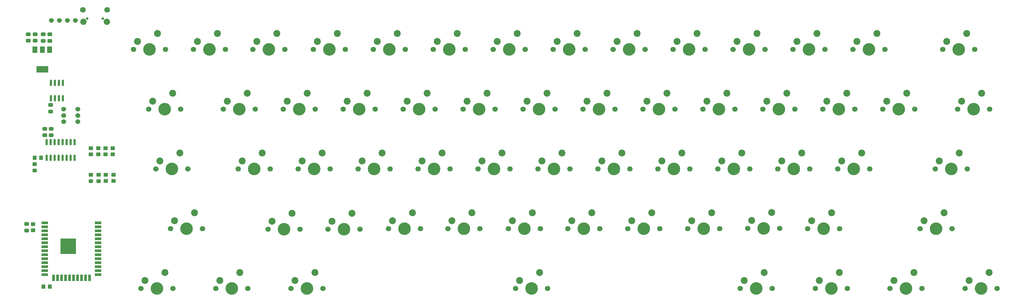
<source format=gbr>
%TF.GenerationSoftware,KiCad,Pcbnew,(6.0.7)*%
%TF.CreationDate,2022-09-03T19:18:48+08:00*%
%TF.ProjectId,Joker60_v2,4a6f6b65-7236-4305-9f76-322e6b696361,1.0*%
%TF.SameCoordinates,Original*%
%TF.FileFunction,Soldermask,Top*%
%TF.FilePolarity,Negative*%
%FSLAX46Y46*%
G04 Gerber Fmt 4.6, Leading zero omitted, Abs format (unit mm)*
G04 Created by KiCad (PCBNEW (6.0.7)) date 2022-09-03 19:18:48*
%MOMM*%
%LPD*%
G01*
G04 APERTURE LIST*
G04 Aperture macros list*
%AMRoundRect*
0 Rectangle with rounded corners*
0 $1 Rounding radius*
0 $2 $3 $4 $5 $6 $7 $8 $9 X,Y pos of 4 corners*
0 Add a 4 corners polygon primitive as box body*
4,1,4,$2,$3,$4,$5,$6,$7,$8,$9,$2,$3,0*
0 Add four circle primitives for the rounded corners*
1,1,$1+$1,$2,$3*
1,1,$1+$1,$4,$5*
1,1,$1+$1,$6,$7*
1,1,$1+$1,$8,$9*
0 Add four rect primitives between the rounded corners*
20,1,$1+$1,$2,$3,$4,$5,0*
20,1,$1+$1,$4,$5,$6,$7,0*
20,1,$1+$1,$6,$7,$8,$9,0*
20,1,$1+$1,$8,$9,$2,$3,0*%
G04 Aperture macros list end*
%ADD10C,1.524000*%
%ADD11RoundRect,0.250000X-0.350000X-0.450000X0.350000X-0.450000X0.350000X0.450000X-0.350000X0.450000X0*%
%ADD12RoundRect,0.250000X-0.450000X0.325000X-0.450000X-0.325000X0.450000X-0.325000X0.450000X0.325000X0*%
%ADD13RoundRect,0.150000X0.150000X-0.850000X0.150000X0.850000X-0.150000X0.850000X-0.150000X-0.850000X0*%
%ADD14RoundRect,0.250000X0.475000X-0.337500X0.475000X0.337500X-0.475000X0.337500X-0.475000X-0.337500X0*%
%ADD15RoundRect,0.250000X-0.450000X0.350000X-0.450000X-0.350000X0.450000X-0.350000X0.450000X0.350000X0*%
%ADD16C,1.700000*%
%ADD17C,4.000000*%
%ADD18C,2.200000*%
%ADD19RoundRect,0.250000X-0.475000X0.337500X-0.475000X-0.337500X0.475000X-0.337500X0.475000X0.337500X0*%
%ADD20R,2.000000X0.900000*%
%ADD21R,0.900000X2.000000*%
%ADD22R,5.000000X5.000000*%
%ADD23RoundRect,0.150000X-0.150000X0.825000X-0.150000X-0.825000X0.150000X-0.825000X0.150000X0.825000X0*%
%ADD24R,1.500000X2.000000*%
%ADD25R,3.800000X2.000000*%
%ADD26C,0.800000*%
%ADD27C,2.000000*%
%ADD28C,1.800000*%
G04 APERTURE END LIST*
D10*
%TO.C,U5*%
X46863000Y-146177000D03*
X49403000Y-146177000D03*
X51943000Y-146177000D03*
X54483000Y-146177000D03*
%TD*%
D11*
%TO.C,R12*%
X44339000Y-231013000D03*
X46339000Y-231013000D03*
%TD*%
%TO.C,R10*%
X41545000Y-189992000D03*
X43545000Y-189992000D03*
%TD*%
D12*
%TO.C,D33*%
X41529000Y-192015000D03*
X41529000Y-194065000D03*
%TD*%
D13*
%TO.C,U4*%
X45339000Y-184952000D03*
X46609000Y-184952000D03*
X47879000Y-184952000D03*
X49149000Y-184952000D03*
X50419000Y-184952000D03*
X51689000Y-184952000D03*
X52959000Y-184952000D03*
X54229000Y-184952000D03*
X54229000Y-189952000D03*
X52959000Y-189952000D03*
X51689000Y-189952000D03*
X50419000Y-189952000D03*
X49149000Y-189952000D03*
X47879000Y-189952000D03*
X46609000Y-189952000D03*
X45339000Y-189952000D03*
%TD*%
D14*
%TO.C,C8*%
X46736000Y-180699500D03*
X46736000Y-182774500D03*
%TD*%
%TO.C,C3*%
X44704000Y-182774500D03*
X44704000Y-180699500D03*
%TD*%
%TO.C,C2*%
X46609000Y-173155700D03*
X46609000Y-175230700D03*
%TD*%
D15*
%TO.C,R4*%
X64058800Y-186909200D03*
X64058800Y-188909200D03*
%TD*%
D16*
%TO.C,S62*%
X277622000Y-193548000D03*
D17*
X282702000Y-193548000D03*
D16*
X287782000Y-193548000D03*
D18*
X278892000Y-191008000D03*
X285242000Y-188468000D03*
%TD*%
D17*
%TO.C,S14*%
X182753000Y-174498000D03*
D16*
X187833000Y-174498000D03*
X177673000Y-174498000D03*
D18*
X178943000Y-171958000D03*
X185293000Y-169418000D03*
%TD*%
D16*
%TO.C,S26*%
X125857000Y-212725000D03*
D17*
X120777000Y-212725000D03*
D16*
X115697000Y-212725000D03*
D18*
X116967000Y-210185000D03*
X123317000Y-207645000D03*
%TD*%
D16*
%TO.C,S30*%
X202184000Y-212598000D03*
X192024000Y-212598000D03*
D17*
X197104000Y-212598000D03*
D18*
X193294000Y-210058000D03*
X199644000Y-207518000D03*
%TD*%
D16*
%TO.C,S24*%
X220472000Y-193548000D03*
X230632000Y-193548000D03*
D17*
X225552000Y-193548000D03*
D18*
X221742000Y-191008000D03*
X228092000Y-188468000D03*
%TD*%
D16*
%TO.C,S41*%
X75311000Y-231648000D03*
X85471000Y-231648000D03*
D17*
X80391000Y-231648000D03*
D18*
X76581000Y-229108000D03*
X82931000Y-226568000D03*
%TD*%
D16*
%TO.C,S25*%
X84709000Y-212598000D03*
X94869000Y-212598000D03*
D17*
X89789000Y-212598000D03*
D18*
X85979000Y-210058000D03*
X92329000Y-207518000D03*
%TD*%
D16*
%TO.C,S46*%
X323469000Y-231648000D03*
X313309000Y-231648000D03*
D17*
X318389000Y-231648000D03*
D18*
X314579000Y-229108000D03*
X320929000Y-226568000D03*
%TD*%
D15*
%TO.C,R1*%
X41021000Y-211097000D03*
X41021000Y-213097000D03*
%TD*%
D16*
%TO.C,S3*%
X110871000Y-155448000D03*
X121031000Y-155448000D03*
D17*
X115951000Y-155448000D03*
D18*
X112141000Y-152908000D03*
X118491000Y-150368000D03*
%TD*%
D16*
%TO.C,S50*%
X259207000Y-212598000D03*
D17*
X254127000Y-212598000D03*
D16*
X249047000Y-212598000D03*
D18*
X250317000Y-210058000D03*
X256667000Y-207518000D03*
%TD*%
D19*
%TO.C,C1*%
X38989000Y-211059500D03*
X38989000Y-213134500D03*
%TD*%
D17*
%TO.C,S32*%
X235077000Y-212598000D03*
D16*
X229997000Y-212598000D03*
X240157000Y-212598000D03*
D18*
X231267000Y-210058000D03*
X237617000Y-207518000D03*
%TD*%
D10*
%TO.C,Sw1*%
X50734400Y-178479200D03*
X50734400Y-176479200D03*
X50734400Y-174479200D03*
X55234400Y-178479200D03*
X55234400Y-176479200D03*
X55234400Y-174479200D03*
%TD*%
D16*
%TO.C,S4*%
X130048000Y-155448000D03*
D17*
X135128000Y-155448000D03*
D16*
X140208000Y-155448000D03*
D18*
X131318000Y-152908000D03*
X137668000Y-150368000D03*
%TD*%
D16*
%TO.C,S54*%
X272923000Y-174498000D03*
D17*
X278003000Y-174498000D03*
D16*
X283083000Y-174498000D03*
D18*
X274193000Y-171958000D03*
X280543000Y-169418000D03*
%TD*%
D16*
%TO.C,S19*%
X135382000Y-193548000D03*
X125222000Y-193548000D03*
D17*
X130302000Y-193548000D03*
D18*
X126492000Y-191008000D03*
X132842000Y-188468000D03*
%TD*%
D17*
%TO.C,S6*%
X173228000Y-155448000D03*
D16*
X168148000Y-155448000D03*
X178308000Y-155448000D03*
D18*
X169418000Y-152908000D03*
X175768000Y-150368000D03*
%TD*%
D16*
%TO.C,S63*%
X258572000Y-193548000D03*
X268732000Y-193548000D03*
D17*
X263652000Y-193548000D03*
D18*
X259842000Y-191008000D03*
X266192000Y-188468000D03*
%TD*%
D15*
%TO.C,R6*%
X59385200Y-195376800D03*
X59385200Y-197376800D03*
%TD*%
D17*
%TO.C,S47*%
X294640000Y-231648000D03*
D16*
X289560000Y-231648000D03*
X299720000Y-231648000D03*
D18*
X290830000Y-229108000D03*
X297180000Y-226568000D03*
%TD*%
D17*
%TO.C,S7*%
X192278000Y-155448000D03*
D16*
X197358000Y-155448000D03*
X187198000Y-155448000D03*
D18*
X188468000Y-152908000D03*
X194818000Y-150368000D03*
%TD*%
D16*
%TO.C,S12*%
X139573000Y-174498000D03*
D17*
X144653000Y-174498000D03*
D16*
X149733000Y-174498000D03*
D18*
X140843000Y-171958000D03*
X147193000Y-169418000D03*
%TD*%
D17*
%TO.C,S1*%
X77978000Y-155448000D03*
D16*
X72898000Y-155448000D03*
X83058000Y-155448000D03*
D18*
X74168000Y-152908000D03*
X80518000Y-150368000D03*
%TD*%
D15*
%TO.C,R5*%
X66294000Y-186909200D03*
X66294000Y-188909200D03*
%TD*%
D17*
%TO.C,S61*%
X301752000Y-193548000D03*
D16*
X296672000Y-193548000D03*
X306832000Y-193548000D03*
D18*
X297942000Y-191008000D03*
X304292000Y-188468000D03*
%TD*%
D16*
%TO.C,S21*%
X163322000Y-193548000D03*
X173482000Y-193548000D03*
D17*
X168402000Y-193548000D03*
D18*
X164592000Y-191008000D03*
X170942000Y-188468000D03*
%TD*%
D17*
%TO.C,S37*%
X287528000Y-155448000D03*
D16*
X292608000Y-155448000D03*
X282448000Y-155448000D03*
D18*
X283718000Y-152908000D03*
X290068000Y-150368000D03*
%TD*%
D17*
%TO.C,S59*%
X332740000Y-193548000D03*
D16*
X337820000Y-193548000D03*
X327660000Y-193548000D03*
D18*
X328930000Y-191008000D03*
X335280000Y-188468000D03*
%TD*%
D15*
%TO.C,R9*%
X66548000Y-195360800D03*
X66548000Y-197360800D03*
%TD*%
D16*
%TO.C,S43*%
X133096000Y-231648000D03*
D17*
X128016000Y-231648000D03*
D16*
X122936000Y-231648000D03*
D18*
X124206000Y-229108000D03*
X130556000Y-226568000D03*
%TD*%
D15*
%TO.C,R7*%
X61874400Y-195376800D03*
X61874400Y-197376800D03*
%TD*%
D16*
%TO.C,S48*%
X265684000Y-231648000D03*
D17*
X270764000Y-231648000D03*
D16*
X275844000Y-231648000D03*
D18*
X266954000Y-229108000D03*
X273304000Y-226568000D03*
%TD*%
D16*
%TO.C,S28*%
X164084000Y-212598000D03*
X153924000Y-212598000D03*
D17*
X159004000Y-212598000D03*
D18*
X155194000Y-210058000D03*
X161544000Y-207518000D03*
%TD*%
D16*
%TO.C,S17*%
X80010000Y-193548000D03*
X90170000Y-193548000D03*
D17*
X85090000Y-193548000D03*
D18*
X81280000Y-191008000D03*
X87630000Y-188468000D03*
%TD*%
D15*
%TO.C,R8*%
X64160400Y-195360800D03*
X64160400Y-197360800D03*
%TD*%
D20*
%TO.C,U1*%
X44713000Y-210693000D03*
X44713000Y-211963000D03*
X44713000Y-213233000D03*
X44713000Y-214503000D03*
X44713000Y-215773000D03*
X44713000Y-217043000D03*
X44713000Y-218313000D03*
X44713000Y-219583000D03*
X44713000Y-220853000D03*
X44713000Y-222123000D03*
X44713000Y-223393000D03*
X44713000Y-224663000D03*
X44713000Y-225933000D03*
X44713000Y-227203000D03*
D21*
X47498000Y-228203000D03*
X48768000Y-228203000D03*
X50038000Y-228203000D03*
X51308000Y-228203000D03*
X52578000Y-228203000D03*
X53848000Y-228203000D03*
X55118000Y-228203000D03*
X56388000Y-228203000D03*
X57658000Y-228203000D03*
X58928000Y-228203000D03*
D20*
X61713000Y-227203000D03*
X61713000Y-225933000D03*
X61713000Y-224663000D03*
X61713000Y-223393000D03*
X61713000Y-222123000D03*
X61713000Y-220853000D03*
X61713000Y-219583000D03*
X61713000Y-218313000D03*
X61713000Y-217043000D03*
X61713000Y-215773000D03*
X61713000Y-214503000D03*
X61713000Y-213233000D03*
X61713000Y-211963000D03*
X61713000Y-210693000D03*
D22*
X52213000Y-218193000D03*
%TD*%
D16*
%TO.C,S15*%
X196723000Y-174498000D03*
X206883000Y-174498000D03*
D17*
X201803000Y-174498000D03*
D18*
X197993000Y-171958000D03*
X204343000Y-169418000D03*
%TD*%
D16*
%TO.C,S58*%
X287147000Y-212598000D03*
X297307000Y-212598000D03*
D17*
X292227000Y-212598000D03*
D18*
X288417000Y-210058000D03*
X294767000Y-207518000D03*
%TD*%
D16*
%TO.C,S16*%
X215773000Y-174498000D03*
D17*
X220853000Y-174498000D03*
D16*
X225933000Y-174498000D03*
D18*
X217043000Y-171958000D03*
X223393000Y-169418000D03*
%TD*%
D23*
%TO.C,U2*%
X50520600Y-166079400D03*
X49250600Y-166079400D03*
X47980600Y-166079400D03*
X46710600Y-166079400D03*
X46710600Y-171029400D03*
X47980600Y-171029400D03*
X49250600Y-171029400D03*
X50520600Y-171029400D03*
%TD*%
D14*
%TO.C,C4*%
X39497000Y-152654000D03*
X39497000Y-150579000D03*
%TD*%
%TO.C,C5*%
X41656000Y-152638000D03*
X41656000Y-150563000D03*
%TD*%
D15*
%TO.C,R3*%
X61772800Y-186909200D03*
X61772800Y-188909200D03*
%TD*%
D16*
%TO.C,S27*%
X134747000Y-212725000D03*
X144907000Y-212725000D03*
D17*
X139827000Y-212725000D03*
D18*
X136017000Y-210185000D03*
X142367000Y-207645000D03*
%TD*%
D16*
%TO.C,S8*%
X206248000Y-155448000D03*
D17*
X211328000Y-155448000D03*
D16*
X216408000Y-155448000D03*
D18*
X207518000Y-152908000D03*
X213868000Y-150368000D03*
%TD*%
D16*
%TO.C,S5*%
X149098000Y-155448000D03*
X159258000Y-155448000D03*
D17*
X154178000Y-155448000D03*
D18*
X150368000Y-152908000D03*
X156718000Y-150368000D03*
%TD*%
D17*
%TO.C,S13*%
X163703000Y-174498000D03*
D16*
X168783000Y-174498000D03*
X158623000Y-174498000D03*
D18*
X159893000Y-171958000D03*
X166243000Y-169418000D03*
%TD*%
D17*
%TO.C,S35*%
X335153000Y-155448000D03*
D16*
X330073000Y-155448000D03*
X340233000Y-155448000D03*
D18*
X331343000Y-152908000D03*
X337693000Y-150368000D03*
%TD*%
D14*
%TO.C,C6*%
X46355000Y-152675500D03*
X46355000Y-150600500D03*
%TD*%
D16*
%TO.C,S20*%
X154432000Y-193548000D03*
D17*
X149352000Y-193548000D03*
D16*
X144272000Y-193548000D03*
D18*
X145542000Y-191008000D03*
X151892000Y-188468000D03*
%TD*%
D16*
%TO.C,S11*%
X130683000Y-174498000D03*
X120523000Y-174498000D03*
D17*
X125603000Y-174498000D03*
D18*
X121793000Y-171958000D03*
X128143000Y-169418000D03*
%TD*%
D16*
%TO.C,S22*%
X182372000Y-193548000D03*
X192532000Y-193548000D03*
D17*
X187452000Y-193548000D03*
D18*
X183642000Y-191008000D03*
X189992000Y-188468000D03*
%TD*%
D16*
%TO.C,S60*%
X322834000Y-212598000D03*
X332994000Y-212598000D03*
D17*
X327914000Y-212598000D03*
D18*
X324104000Y-210058000D03*
X330454000Y-207518000D03*
%TD*%
D16*
%TO.C,S23*%
X201422000Y-193548000D03*
D17*
X206502000Y-193548000D03*
D16*
X211582000Y-193548000D03*
D18*
X202692000Y-191008000D03*
X209042000Y-188468000D03*
%TD*%
D16*
%TO.C,S40*%
X235458000Y-155448000D03*
D17*
X230378000Y-155448000D03*
D16*
X225298000Y-155448000D03*
D18*
X226568000Y-152908000D03*
X232918000Y-150368000D03*
%TD*%
D14*
%TO.C,C7*%
X44196000Y-152675500D03*
X44196000Y-150600500D03*
%TD*%
D16*
%TO.C,S38*%
X273558000Y-155448000D03*
D17*
X268478000Y-155448000D03*
D16*
X263398000Y-155448000D03*
D18*
X264668000Y-152908000D03*
X271018000Y-150368000D03*
%TD*%
D24*
%TO.C,U3*%
X46242000Y-155473000D03*
X43942000Y-155473000D03*
D25*
X43942000Y-161773000D03*
D24*
X41642000Y-155473000D03*
%TD*%
D17*
%TO.C,S44*%
X199390000Y-231648000D03*
D16*
X194310000Y-231648000D03*
X204470000Y-231648000D03*
D18*
X195580000Y-229108000D03*
X201930000Y-226568000D03*
%TD*%
D16*
%TO.C,S55*%
X253873000Y-174498000D03*
D17*
X258953000Y-174498000D03*
D16*
X264033000Y-174498000D03*
D18*
X255143000Y-171958000D03*
X261493000Y-169418000D03*
%TD*%
D17*
%TO.C,S39*%
X249428000Y-155448000D03*
D16*
X244348000Y-155448000D03*
X254508000Y-155448000D03*
D18*
X245618000Y-152908000D03*
X251968000Y-150368000D03*
%TD*%
D15*
%TO.C,R2*%
X59385200Y-186909200D03*
X59385200Y-188909200D03*
%TD*%
D17*
%TO.C,S2*%
X97028000Y-155448000D03*
D16*
X102108000Y-155448000D03*
X91948000Y-155448000D03*
D18*
X93218000Y-152908000D03*
X99568000Y-150368000D03*
%TD*%
D17*
%TO.C,S34*%
X273177000Y-212471000D03*
D16*
X268097000Y-212471000D03*
X278257000Y-212471000D03*
D18*
X269367000Y-209931000D03*
X275717000Y-207391000D03*
%TD*%
D16*
%TO.C,S51*%
X344932000Y-174498000D03*
X334772000Y-174498000D03*
D17*
X339852000Y-174498000D03*
D18*
X336042000Y-171958000D03*
X342392000Y-169418000D03*
%TD*%
D16*
%TO.C,S45*%
X347345000Y-231648000D03*
D17*
X342265000Y-231648000D03*
D16*
X337185000Y-231648000D03*
D18*
X338455000Y-229108000D03*
X344805000Y-226568000D03*
%TD*%
D16*
%TO.C,S64*%
X249682000Y-193548000D03*
D17*
X244602000Y-193548000D03*
D16*
X239522000Y-193548000D03*
D18*
X240792000Y-191008000D03*
X247142000Y-188468000D03*
%TD*%
D16*
%TO.C,S9*%
X87884000Y-174498000D03*
D17*
X82804000Y-174498000D03*
D16*
X77724000Y-174498000D03*
D18*
X78994000Y-171958000D03*
X85344000Y-169418000D03*
%TD*%
D16*
%TO.C,S53*%
X291973000Y-174498000D03*
X302133000Y-174498000D03*
D17*
X297053000Y-174498000D03*
D18*
X293243000Y-171958000D03*
X299593000Y-169418000D03*
%TD*%
D17*
%TO.C,S18*%
X111252000Y-193548000D03*
D16*
X116332000Y-193548000D03*
X106172000Y-193548000D03*
D18*
X107442000Y-191008000D03*
X113792000Y-188468000D03*
%TD*%
D17*
%TO.C,S42*%
X104140000Y-231648000D03*
D16*
X99060000Y-231648000D03*
X109220000Y-231648000D03*
D18*
X100330000Y-229108000D03*
X106680000Y-226568000D03*
%TD*%
D16*
%TO.C,S52*%
X321183000Y-174498000D03*
X311023000Y-174498000D03*
D17*
X316103000Y-174498000D03*
D18*
X312293000Y-171958000D03*
X318643000Y-169418000D03*
%TD*%
D17*
%TO.C,S10*%
X106553000Y-174498000D03*
D16*
X101473000Y-174498000D03*
X111633000Y-174498000D03*
D18*
X102743000Y-171958000D03*
X109093000Y-169418000D03*
%TD*%
D16*
%TO.C,S29*%
X183007000Y-212598000D03*
D17*
X177927000Y-212598000D03*
D16*
X172847000Y-212598000D03*
D18*
X174117000Y-210058000D03*
X180467000Y-207518000D03*
%TD*%
D16*
%TO.C,S56*%
X244983000Y-174498000D03*
D17*
X239903000Y-174498000D03*
D16*
X234823000Y-174498000D03*
D18*
X236093000Y-171958000D03*
X242443000Y-169418000D03*
%TD*%
D16*
%TO.C,S36*%
X311658000Y-155448000D03*
X301498000Y-155448000D03*
D17*
X306578000Y-155448000D03*
D18*
X302768000Y-152908000D03*
X309118000Y-150368000D03*
%TD*%
D16*
%TO.C,S31*%
X210947000Y-212598000D03*
D17*
X216027000Y-212598000D03*
D16*
X221107000Y-212598000D03*
D18*
X212217000Y-210058000D03*
X218567000Y-207518000D03*
%TD*%
D26*
%TO.C,J1*%
X58206000Y-145573000D03*
X63206000Y-145573000D03*
D27*
X64431000Y-146623000D03*
D28*
X64581000Y-142823000D03*
X56831000Y-142823000D03*
D27*
X56981000Y-146623000D03*
%TD*%
M02*

</source>
